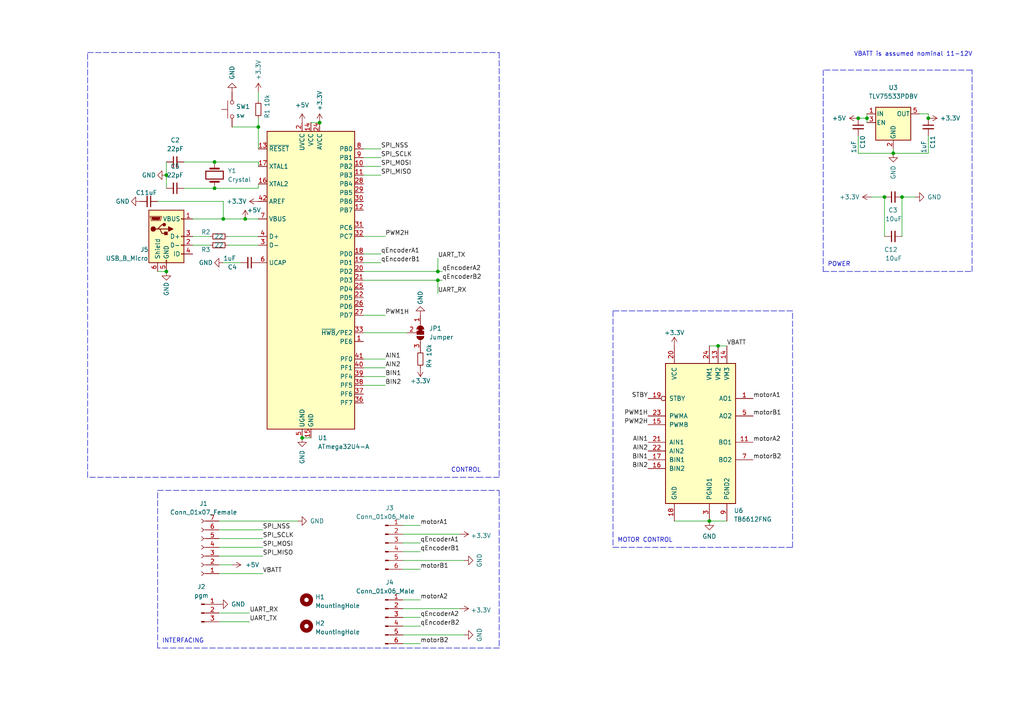
<source format=kicad_sch>
(kicad_sch (version 20211123) (generator eeschema)
  (paper "A4")
  (lib_symbols
    (symbol "Connector:Conn_01x03_Male" (pin_names (offset 1.016) hide)
      (property "Reference" "J" (at 0 5.08 0))
      (property "Value" "Conn_01x03_Male" (at 0 -5.08 0))
      (symbol "Conn_01x03_Male_1_1"
        (polyline (pts (xy 1.27 -2.54) (xy 0.8636 -2.54)) (stroke (width 0.1524)))
        (polyline (pts (xy 1.27 0) (xy 0.8636 0)) (stroke (width 0.1524)))
        (polyline (pts (xy 1.27 2.54) (xy 0.8636 2.54)) (stroke (width 0.1524)))
        (rectangle (start 0.8636 -2.413) (end 0 -2.667) (stroke (width 0.1524)) (fill (type outline)))
        (rectangle (start 0.8636 0.127) (end 0 -0.127) (stroke (width 0.1524)) (fill (type outline)))
        (rectangle (start 0.8636 2.667) (end 0 2.413) (stroke (width 0.1524)) (fill (type outline)))
        (pin passive line (at 5.08 2.54 180) (length 3.81) (name "Pin_1") (number "1"))
        (pin passive line (at 5.08 0 180) (length 3.81) (name "Pin_2") (number "2"))
        (pin passive line (at 5.08 -2.54 180) (length 3.81) (name "Pin_3") (number "3"))
      )
    )
    (symbol "Connector:Conn_01x06_Male" (pin_names (offset 1.016) hide)
      (property "Reference" "J" (at 0 7.62 0))
      (property "Value" "Conn_01x06_Male" (at 0 -10.16 0))
      (symbol "Conn_01x06_Male_1_1"
        (polyline (pts (xy 1.27 -7.62) (xy 0.8636 -7.62)) (stroke (width 0.1524)))
        (polyline (pts (xy 1.27 -5.08) (xy 0.8636 -5.08)) (stroke (width 0.1524)))
        (polyline (pts (xy 1.27 -2.54) (xy 0.8636 -2.54)) (stroke (width 0.1524)))
        (polyline (pts (xy 1.27 0) (xy 0.8636 0)) (stroke (width 0.1524)))
        (polyline (pts (xy 1.27 2.54) (xy 0.8636 2.54)) (stroke (width 0.1524)))
        (polyline (pts (xy 1.27 5.08) (xy 0.8636 5.08)) (stroke (width 0.1524)))
        (rectangle (start 0.8636 -7.493) (end 0 -7.747) (stroke (width 0.1524)) (fill (type outline)))
        (rectangle (start 0.8636 -4.953) (end 0 -5.207) (stroke (width 0.1524)) (fill (type outline)))
        (rectangle (start 0.8636 -2.413) (end 0 -2.667) (stroke (width 0.1524)) (fill (type outline)))
        (rectangle (start 0.8636 0.127) (end 0 -0.127) (stroke (width 0.1524)) (fill (type outline)))
        (rectangle (start 0.8636 2.667) (end 0 2.413) (stroke (width 0.1524)) (fill (type outline)))
        (rectangle (start 0.8636 5.207) (end 0 4.953) (stroke (width 0.1524)) (fill (type outline)))
        (pin passive line (at 5.08 5.08 180) (length 3.81) (name "Pin_1") (number "1"))
        (pin passive line (at 5.08 2.54 180) (length 3.81) (name "Pin_2") (number "2"))
        (pin passive line (at 5.08 0 180) (length 3.81) (name "Pin_3") (number "3"))
        (pin passive line (at 5.08 -2.54 180) (length 3.81) (name "Pin_4") (number "4"))
        (pin passive line (at 5.08 -5.08 180) (length 3.81) (name "Pin_5") (number "5"))
        (pin passive line (at 5.08 -7.62 180) (length 3.81) (name "Pin_6") (number "6"))
      )
    )
    (symbol "Connector:Conn_01x07_Female" (pin_names (offset 1.016) hide)
      (property "Reference" "J" (at 0 10.16 0))
      (property "Value" "Conn_01x07_Female" (at 0 -10.16 0))
      (symbol "Conn_01x07_Female_1_1"
        (arc (start 0 -7.112) (mid -0.508 -7.62) (end 0 -8.128) (stroke (width 0.1524)))
        (arc (start 0 -4.572) (mid -0.508 -5.08) (end 0 -5.588) (stroke (width 0.1524)))
        (arc (start 0 -2.032) (mid -0.508 -2.54) (end 0 -3.048) (stroke (width 0.1524)))
        (polyline (pts (xy -1.27 -7.62) (xy -0.508 -7.62)) (stroke (width 0.1524)))
        (polyline (pts (xy -1.27 -5.08) (xy -0.508 -5.08)) (stroke (width 0.1524)))
        (polyline (pts (xy -1.27 -2.54) (xy -0.508 -2.54)) (stroke (width 0.1524)))
        (polyline (pts (xy -1.27 0) (xy -0.508 0)) (stroke (width 0.1524)))
        (polyline (pts (xy -1.27 2.54) (xy -0.508 2.54)) (stroke (width 0.1524)))
        (polyline (pts (xy -1.27 5.08) (xy -0.508 5.08)) (stroke (width 0.1524)))
        (polyline (pts (xy -1.27 7.62) (xy -0.508 7.62)) (stroke (width 0.1524)))
        (arc (start 0 0.508) (mid -0.508 0) (end 0 -0.508) (stroke (width 0.1524)))
        (arc (start 0 3.048) (mid -0.508 2.54) (end 0 2.032) (stroke (width 0.1524)))
        (arc (start 0 5.588) (mid -0.508 5.08) (end 0 4.572) (stroke (width 0.1524)))
        (arc (start 0 8.128) (mid -0.508 7.62) (end 0 7.112) (stroke (width 0.1524)))
        (pin passive line (at -5.08 7.62 0) (length 3.81) (name "Pin_1") (number "1"))
        (pin passive line (at -5.08 5.08 0) (length 3.81) (name "Pin_2") (number "2"))
        (pin passive line (at -5.08 2.54 0) (length 3.81) (name "Pin_3") (number "3"))
        (pin passive line (at -5.08 0 0) (length 3.81) (name "Pin_4") (number "4"))
        (pin passive line (at -5.08 -2.54 0) (length 3.81) (name "Pin_5") (number "5"))
        (pin passive line (at -5.08 -5.08 0) (length 3.81) (name "Pin_6") (number "6"))
        (pin passive line (at -5.08 -7.62 0) (length 3.81) (name "Pin_7") (number "7"))
      )
    )
    (symbol "Connector:USB_B_Micro" (pin_names (offset 1.016))
      (property "Reference" "J" (at -5.08 11.43 0))
      (property "Value" "USB_B_Micro" (at -5.08 8.89 0))
      (symbol "USB_B_Micro_0_1"
        (rectangle (start -5.08 -7.62) (end 5.08 7.62) (stroke (width 0.254)) (fill (type background)))
        (circle (center -3.81 2.159) (radius 0.635) (stroke (width 0.254)) (fill (type outline)))
        (circle (center -0.635 3.429) (radius 0.381) (stroke (width 0.254)) (fill (type outline)))
        (rectangle (start -0.127 -7.62) (end 0.127 -6.858))
        (polyline (pts (xy -1.905 2.159) (xy 0.635 2.159)) (stroke (width 0.254)))
        (polyline (pts (xy -3.175 2.159) (xy -2.54 2.159) (xy -1.27 3.429) (xy -0.635 3.429)) (stroke (width 0.254)))
        (polyline (pts (xy -2.54 2.159) (xy -1.905 2.159) (xy -1.27 0.889) (xy 0 0.889)) (stroke (width 0.254)))
        (polyline (pts (xy 0.635 2.794) (xy 0.635 1.524) (xy 1.905 2.159) (xy 0.635 2.794)) (stroke (width 0.254)) (fill (type outline)))
        (polyline (pts (xy -4.318 5.588) (xy -1.778 5.588) (xy -2.032 4.826) (xy -4.064 4.826) (xy -4.318 5.588)) (fill (type outline)))
        (polyline (pts (xy -4.699 5.842) (xy -4.699 5.588) (xy -4.445 4.826) (xy -4.445 4.572) (xy -1.651 4.572) (xy -1.651 4.826) (xy -1.397 5.588) (xy -1.397 5.842) (xy -4.699 5.842)))
        (rectangle (start 0.254 1.27) (end -0.508 0.508) (stroke (width 0.254)) (fill (type outline)))
        (rectangle (start 5.08 -5.207) (end 4.318 -4.953))
        (rectangle (start 5.08 -2.667) (end 4.318 -2.413))
        (rectangle (start 5.08 -0.127) (end 4.318 0.127))
        (rectangle (start 5.08 4.953) (end 4.318 5.207))
      )
      (symbol "USB_B_Micro_1_1"
        (pin power_out line (at 7.62 5.08 180) (length 2.54) (name "VBUS") (number "1"))
        (pin bidirectional line (at 7.62 -2.54 180) (length 2.54) (name "D-") (number "2"))
        (pin bidirectional line (at 7.62 0 180) (length 2.54) (name "D+") (number "3"))
        (pin passive line (at 7.62 -5.08 180) (length 2.54) (name "ID") (number "4"))
        (pin power_out line (at 0 -10.16 90) (length 2.54) (name "GND") (number "5"))
        (pin passive line (at -2.54 -10.16 90) (length 2.54) (name "Shield") (number "6"))
      )
    )
    (symbol "Device:C_Small" (pin_numbers hide) (pin_names (offset 0.254) hide)
      (property "Reference" "C" (at 0.254 1.778 0))
      (property "Value" "C_Small" (at 0.254 -2.032 0))
      (symbol "C_Small_0_1"
        (polyline (pts (xy -1.524 -0.508) (xy 1.524 -0.508)) (stroke (width 0.3302)))
        (polyline (pts (xy -1.524 0.508) (xy 1.524 0.508)) (stroke (width 0.3048)))
      )
      (symbol "C_Small_1_1"
        (pin passive line (at 0 2.54 270) (length 2.032) (name "~") (number "1"))
        (pin passive line (at 0 -2.54 90) (length 2.032) (name "~") (number "2"))
      )
    )
    (symbol "Device:Crystal" (pin_numbers hide) (pin_names (offset 1.016) hide)
      (property "Reference" "Y" (at 0 3.81 0))
      (property "Value" "Crystal" (at 0 -3.81 0))
      (symbol "Crystal_0_1"
        (rectangle (start -1.143 2.54) (end 1.143 -2.54) (stroke (width 0.3048)))
        (polyline (pts (xy -2.54 0) (xy -1.905 0)))
        (polyline (pts (xy -1.905 -1.27) (xy -1.905 1.27)) (stroke (width 0.508)))
        (polyline (pts (xy 1.905 -1.27) (xy 1.905 1.27)) (stroke (width 0.508)))
        (polyline (pts (xy 2.54 0) (xy 1.905 0)))
      )
      (symbol "Crystal_1_1"
        (pin passive line (at -3.81 0 0) (length 1.27) (name "1") (number "1"))
        (pin passive line (at 3.81 0 180) (length 1.27) (name "2") (number "2"))
      )
    )
    (symbol "Device:L_Small" (pin_numbers hide) (pin_names (offset 0.254) hide)
      (property "Reference" "L" (at 0.762 1.016 0))
      (property "Value" "L_Small" (at 0.762 -1.016 0))
      (symbol "L_Small_0_1"
        (arc (start 0 -2.032) (mid 0.508 -1.524) (end 0 -1.016))
        (arc (start 0 -1.016) (mid 0.508 -0.508) (end 0 0))
        (arc (start 0 0) (mid 0.508 0.508) (end 0 1.016))
        (arc (start 0 1.016) (mid 0.508 1.524) (end 0 2.032))
      )
      (symbol "L_Small_1_1"
        (pin passive line (at 0 2.54 270) (length 0.508) (name "~") (number "1"))
        (pin passive line (at 0 -2.54 90) (length 0.508) (name "~") (number "2"))
      )
    )
    (symbol "Device:R_Small" (pin_numbers hide) (pin_names (offset 0.254) hide)
      (property "Reference" "R" (at 0.762 0.508 0))
      (property "Value" "R_Small" (at 0.762 -1.016 0))
      (symbol "R_Small_0_1"
        (rectangle (start -0.762 1.778) (end 0.762 -1.778) (stroke (width 0.2032)))
      )
      (symbol "R_Small_1_1"
        (pin passive line (at 0 2.54 270) (length 0.762) (name "~") (number "1"))
        (pin passive line (at 0 -2.54 90) (length 0.762) (name "~") (number "2"))
      )
    )
    (symbol "Driver_Motor:TB6612FNG" (pin_names (offset 1.016))
      (property "Reference" "U" (at 11.43 17.78 0))
      (property "Value" "TB6612FNG" (at 11.43 15.24 0))
      (symbol "TB6612FNG_0_1"
        (rectangle (start -10.16 20.32) (end 10.16 -20.32) (stroke (width 0.254)) (fill (type background)))
      )
      (symbol "TB6612FNG_1_1"
        (pin output line (at 15.24 10.16 180) (length 5.08) (name "AO1") (number "1"))
        (pin passive line (at 7.62 -25.4 90) (length 5.08) hide (name "PGND2") (number "10"))
        (pin output line (at 15.24 -2.54 180) (length 5.08) (name "BO1") (number "11"))
        (pin passive line (at 15.24 -2.54 180) (length 5.08) hide (name "BO1") (number "12"))
        (pin power_in line (at 5.08 25.4 270) (length 5.08) (name "VM2") (number "13"))
        (pin power_in line (at 7.62 25.4 270) (length 5.08) (name "VM3") (number "14"))
        (pin input line (at -15.24 2.54 0) (length 5.08) (name "PWMB") (number "15"))
        (pin input line (at -15.24 -10.16 0) (length 5.08) (name "BIN2") (number "16"))
        (pin input line (at -15.24 -7.62 0) (length 5.08) (name "BIN1") (number "17"))
        (pin power_in line (at -7.62 -25.4 90) (length 5.08) (name "GND") (number "18"))
        (pin input inverted (at -15.24 10.16 0) (length 5.08) (name "STBY") (number "19"))
        (pin passive line (at 15.24 10.16 180) (length 5.08) hide (name "AO1") (number "2"))
        (pin power_in line (at -7.62 25.4 270) (length 5.08) (name "VCC") (number "20"))
        (pin input line (at -15.24 -2.54 0) (length 5.08) (name "AIN1") (number "21"))
        (pin input line (at -15.24 -5.08 0) (length 5.08) (name "AIN2") (number "22"))
        (pin input line (at -15.24 5.08 0) (length 5.08) (name "PWMA") (number "23"))
        (pin power_in line (at 2.54 25.4 270) (length 5.08) (name "VM1") (number "24"))
        (pin power_in line (at 2.54 -25.4 90) (length 5.08) (name "PGND1") (number "3"))
        (pin passive line (at 2.54 -25.4 90) (length 5.08) hide (name "PGND1") (number "4"))
        (pin output line (at 15.24 5.08 180) (length 5.08) (name "AO2") (number "5"))
        (pin passive line (at 15.24 5.08 180) (length 5.08) hide (name "AO2") (number "6"))
        (pin output line (at 15.24 -7.62 180) (length 5.08) (name "BO2") (number "7"))
        (pin passive line (at 15.24 -7.62 180) (length 5.08) hide (name "BO2") (number "8"))
        (pin power_in line (at 7.62 -25.4 90) (length 5.08) (name "PGND2") (number "9"))
      )
    )
    (symbol "Jumper:SolderJumper_3_Bridged12" (pin_names (offset 0) hide)
      (property "Reference" "JP" (at -2.54 -2.54 0))
      (property "Value" "SolderJumper_3_Bridged12" (at 0 2.794 0))
      (symbol "SolderJumper_3_Bridged12_0_1"
        (rectangle (start -1.016 0.508) (end -0.508 -0.508) (fill (type outline)))
        (arc (start -1.016 1.016) (mid -2.032 0) (end -1.016 -1.016))
        (arc (start -1.016 1.016) (mid -2.032 0) (end -1.016 -1.016) (fill (type outline)))
        (rectangle (start -0.508 1.016) (end 0.508 -1.016) (fill (type outline)))
        (polyline (pts (xy -2.54 0) (xy -2.032 0)))
        (polyline (pts (xy -1.016 1.016) (xy -1.016 -1.016)))
        (polyline (pts (xy 0 -1.27) (xy 0 -1.016)))
        (polyline (pts (xy 1.016 1.016) (xy 1.016 -1.016)))
        (polyline (pts (xy 2.54 0) (xy 2.032 0)))
        (arc (start 1.016 -1.016) (mid 2.032 0) (end 1.016 1.016))
        (arc (start 1.016 -1.016) (mid 2.032 0) (end 1.016 1.016) (fill (type outline)))
      )
      (symbol "SolderJumper_3_Bridged12_1_1"
        (pin passive line (at -5.08 0 0) (length 2.54) (name "A") (number "1"))
        (pin passive line (at 0 -3.81 90) (length 2.54) (name "C") (number "2"))
        (pin passive line (at 5.08 0 180) (length 2.54) (name "B") (number "3"))
      )
    )
    (symbol "MCU_Microchip_ATmega:ATmega32U4-A"
      (property "Reference" "U" (at -12.7 44.45 0))
      (property "Value" "ATmega32U4-A" (at 2.54 -44.45 0))
      (symbol "ATmega32U4-A_0_1"
        (rectangle (start -12.7 -43.18) (end 12.7 43.18) (stroke (width 0.254)) (fill (type background)))
      )
      (symbol "ATmega32U4-A_1_1"
        (pin bidirectional line (at 15.24 -17.78 180) (length 2.54) (name "PE6") (number "1"))
        (pin bidirectional line (at 15.24 33.02 180) (length 2.54) (name "PB2") (number "10"))
        (pin bidirectional line (at 15.24 30.48 180) (length 2.54) (name "PB3") (number "11"))
        (pin bidirectional line (at 15.24 20.32 180) (length 2.54) (name "PB7") (number "12"))
        (pin input line (at -15.24 38.1 0) (length 2.54) (name "~{RESET}") (number "13"))
        (pin power_in line (at 0 45.72 270) (length 2.54) (name "VCC") (number "14"))
        (pin power_in line (at 0 -45.72 90) (length 2.54) (name "GND") (number "15"))
        (pin output line (at -15.24 27.94 0) (length 2.54) (name "XTAL2") (number "16"))
        (pin input line (at -15.24 33.02 0) (length 2.54) (name "XTAL1") (number "17"))
        (pin bidirectional line (at 15.24 7.62 180) (length 2.54) (name "PD0") (number "18"))
        (pin bidirectional line (at 15.24 5.08 180) (length 2.54) (name "PD1") (number "19"))
        (pin power_in line (at -2.54 45.72 270) (length 2.54) (name "UVCC") (number "2"))
        (pin bidirectional line (at 15.24 2.54 180) (length 2.54) (name "PD2") (number "20"))
        (pin bidirectional line (at 15.24 0 180) (length 2.54) (name "PD3") (number "21"))
        (pin bidirectional line (at 15.24 -5.08 180) (length 2.54) (name "PD5") (number "22"))
        (pin passive line (at 0 -45.72 90) (length 2.54) hide (name "GND") (number "23"))
        (pin power_in line (at 2.54 45.72 270) (length 2.54) (name "AVCC") (number "24"))
        (pin bidirectional line (at 15.24 -2.54 180) (length 2.54) (name "PD4") (number "25"))
        (pin bidirectional line (at 15.24 -7.62 180) (length 2.54) (name "PD6") (number "26"))
        (pin bidirectional line (at 15.24 -10.16 180) (length 2.54) (name "PD7") (number "27"))
        (pin bidirectional line (at 15.24 27.94 180) (length 2.54) (name "PB4") (number "28"))
        (pin bidirectional line (at 15.24 25.4 180) (length 2.54) (name "PB5") (number "29"))
        (pin bidirectional line (at -15.24 10.16 0) (length 2.54) (name "D-") (number "3"))
        (pin bidirectional line (at 15.24 22.86 180) (length 2.54) (name "PB6") (number "30"))
        (pin bidirectional line (at 15.24 15.24 180) (length 2.54) (name "PC6") (number "31"))
        (pin bidirectional line (at 15.24 12.7 180) (length 2.54) (name "PC7") (number "32"))
        (pin bidirectional line (at 15.24 -15.24 180) (length 2.54) (name "~{HWB}/PE2") (number "33"))
        (pin passive line (at 0 45.72 270) (length 2.54) hide (name "VCC") (number "34"))
        (pin passive line (at 0 -45.72 90) (length 2.54) hide (name "GND") (number "35"))
        (pin bidirectional line (at 15.24 -35.56 180) (length 2.54) (name "PF7") (number "36"))
        (pin bidirectional line (at 15.24 -33.02 180) (length 2.54) (name "PF6") (number "37"))
        (pin bidirectional line (at 15.24 -30.48 180) (length 2.54) (name "PF5") (number "38"))
        (pin bidirectional line (at 15.24 -27.94 180) (length 2.54) (name "PF4") (number "39"))
        (pin bidirectional line (at -15.24 12.7 0) (length 2.54) (name "D+") (number "4"))
        (pin bidirectional line (at 15.24 -25.4 180) (length 2.54) (name "PF1") (number "40"))
        (pin bidirectional line (at 15.24 -22.86 180) (length 2.54) (name "PF0") (number "41"))
        (pin passive line (at -15.24 22.86 0) (length 2.54) (name "AREF") (number "42"))
        (pin passive line (at 0 -45.72 90) (length 2.54) hide (name "GND") (number "43"))
        (pin passive line (at 2.54 45.72 270) (length 2.54) hide (name "AVCC") (number "44"))
        (pin passive line (at -2.54 -45.72 90) (length 2.54) (name "UGND") (number "5"))
        (pin passive line (at -15.24 5.08 0) (length 2.54) (name "UCAP") (number "6"))
        (pin input line (at -15.24 17.78 0) (length 2.54) (name "VBUS") (number "7"))
        (pin bidirectional line (at 15.24 38.1 180) (length 2.54) (name "PB0") (number "8"))
        (pin bidirectional line (at 15.24 35.56 180) (length 2.54) (name "PB1") (number "9"))
      )
    )
    (symbol "MT1470:MT1470"
      (property "Reference" "U" (at -2.54 -13.97 0))
      (property "Value" "MT1470" (at 0 6.35 0))
      (symbol "MT1470_0_1"
        (rectangle (start -3.81 5.08) (end 3.81 -19.05) (fill (type background)))
      )
      (symbol "MT1470_1_1"
        (pin input line (at 6.35 2.54 180) (length 2.54) (name "GND") (number "1"))
        (pin input line (at 6.35 -5.08 180) (length 2.54) (name "SW") (number "2"))
        (pin input line (at 6.35 -8.89 180) (length 2.54) (name "VIN") (number "3"))
        (pin input line (at 6.35 -12.7 180) (length 2.54) (name "FB") (number "4"))
        (pin input line (at 6.35 -16.51 180) (length 2.54) (name "EN") (number "5"))
        (pin input line (at 6.35 -1.27 180) (length 2.54) (name "BS") (number "6"))
      )
    )
    (symbol "Mechanical:MountingHole" (pin_names (offset 1.016))
      (property "Reference" "H" (at 0 5.08 0))
      (property "Value" "MountingHole" (at 0 3.175 0))
      (symbol "MountingHole_0_1"
        (circle (center 0 0) (radius 1.27) (stroke (width 1.27)))
      )
    )
    (symbol "Regulator_Linear:TLV75533PDBV" (pin_names (offset 0.254))
      (property "Reference" "U" (at -3.81 5.715 0))
      (property "Value" "TLV75533PDBV" (at 0 5.715 0))
      (symbol "TLV75533PDBV_0_1"
        (rectangle (start -5.08 4.445) (end 5.08 -5.08) (stroke (width 0.254)) (fill (type background)))
      )
      (symbol "TLV75533PDBV_1_1"
        (pin power_in line (at -7.62 2.54 0) (length 2.54) (name "IN") (number "1"))
        (pin power_in line (at 0 -7.62 90) (length 2.54) (name "GND") (number "2"))
        (pin input line (at -7.62 0 0) (length 2.54) (name "EN") (number "3"))
        (pin no_connect line (at 5.08 0 180) (length 2.54) hide (name "NC") (number "4"))
        (pin power_out line (at 7.62 2.54 180) (length 2.54) (name "OUT") (number "5"))
      )
    )
    (symbol "Switch:SW_Push" (pin_numbers hide) (pin_names (offset 1.016) hide)
      (property "Reference" "SW" (at 1.27 2.54 0))
      (property "Value" "SW_Push" (at 0 -1.524 0))
      (symbol "SW_Push_0_1"
        (circle (center -2.032 0) (radius 0.508))
        (polyline (pts (xy 0 1.27) (xy 0 3.048)))
        (polyline (pts (xy 2.54 1.27) (xy -2.54 1.27)))
        (circle (center 2.032 0) (radius 0.508))
        (pin passive line (at -5.08 0 0) (length 2.54) (name "1") (number "1"))
        (pin passive line (at 5.08 0 180) (length 2.54) (name "2") (number "2"))
      )
    )
    (symbol "power:+3.3V" (power) (pin_names (offset 0))
      (property "Value" "+3.3V" (at 0 3.556 0))
      (symbol "+3.3V_0_1"
        (polyline (pts (xy -0.762 1.27) (xy 0 2.54)))
        (polyline (pts (xy 0 0) (xy 0 2.54)))
        (polyline (pts (xy 0 2.54) (xy 0.762 1.27)))
      )
      (symbol "+3.3V_1_1"
        (pin power_in line (at 0 0 90) (length 0) hide (name "+3.3V") (number "1"))
      )
    )
    (symbol "power:+3V3" (power) (pin_names (offset 0))
      (property "Value" "+3V3" (at 0 3.556 0))
      (symbol "+3V3_0_1"
        (polyline (pts (xy -0.762 1.27) (xy 0 2.54)))
        (polyline (pts (xy 0 0) (xy 0 2.54)))
        (polyline (pts (xy 0 2.54) (xy 0.762 1.27)))
      )
      (symbol "+3V3_1_1"
        (pin power_in line (at 0 0 90) (length 0) hide (name "+3V3") (number "1"))
      )
    )
    (symbol "power:+5V" (power) (pin_names (offset 0))
      (property "Value" "+5V" (at 0 3.556 0))
      (symbol "+5V_0_1"
        (polyline (pts (xy -0.762 1.27) (xy 0 2.54)))
        (polyline (pts (xy 0 0) (xy 0 2.54)))
        (polyline (pts (xy 0 2.54) (xy 0.762 1.27)))
      )
      (symbol "+5V_1_1"
        (pin power_in line (at 0 0 90) (length 0) hide (name "+5V") (number "1"))
      )
    )
    (symbol "power:GND" (power) (pin_names (offset 0))
      (property "Value" "GND" (at 0 -3.81 0))
      (symbol "GND_0_1"
        (polyline (pts (xy 0 0) (xy 0 -1.27) (xy 1.27 -1.27) (xy 0 -2.54) (xy -1.27 -1.27) (xy 0 -1.27)))
      )
      (symbol "GND_1_1"
        (pin power_in line (at 0 0 270) (length 0) hide (name "GND") (number "1"))
      )
    )
  )
  (junction (at 48.26 78.74))
  (junction (at 251.46 34.29))
  (junction (at 256.54 57.15))
  (junction (at 62.23 54.61))
  (junction (at 205.74 151.13))
  (junction (at 92.71 35.56))
  (junction (at 392.43 -46.99))
  (junction (at 74.93 36.83))
  (junction (at 87.63 127))
  (junction (at 48.26 50.8))
  (junction (at 402.59 -39.37))
  (junction (at 402.59 -46.99))
  (junction (at 248.92 34.29))
  (junction (at 383.54 -43.18))
  (junction (at 208.28 100.33))
  (junction (at 416.56 -46.99))
  (junction (at 64.77 63.5))
  (junction (at 62.23 46.99))
  (junction (at 71.12 63.5))
  (junction (at 426.72 -46.99))
  (junction (at 261.62 57.15))
  (junction (at 421.64 -41.91))
  (junction (at 127 78.74))
  (junction (at 259.08 44.45))
  (junction (at 269.24 34.29))
  (junction (at 127 81.28))
  (polyline (pts (xy 281.94 20.32) (xy 238.76 20.32)))
  (wire (pts (xy 76.2 166.37) (xy 63.5 166.37)))
  (wire (pts (xy 402.59 -46.99) (xy 402.59 -44.45)))
  (wire (pts (xy 382.27 -54.61) (xy 383.54 -54.61)))
  (wire (pts (xy 90.17 35.56) (xy 92.71 35.56)))
  (wire (pts (xy 87.63 127) (xy 90.17 127)))
  (wire (pts (xy 105.41 91.44) (xy 111.76 91.44)))
  (wire (pts (xy 63.5 177.8) (xy 72.39 177.8)))
  (wire (pts (xy 121.92 157.48) (xy 116.84 157.48)))
  (polyline (pts (xy 25.4 138.43) (xy 25.4 15.24)))
  (wire (pts (xy 121.92 152.4) (xy 116.84 152.4)))
  (wire (pts (xy 248.92 39.37) (xy 248.92 44.45)))
  (wire (pts (xy 74.93 36.83) (xy 74.93 43.18)))
  (wire (pts (xy 127 78.74) (xy 128.27 78.74)))
  (wire (pts (xy 133.35 154.94) (xy 116.84 154.94)))
  (wire (pts (xy 63.5 158.75) (xy 76.2 158.75)))
  (wire (pts (xy 208.28 100.33) (xy 210.82 100.33)))
  (polyline (pts (xy 144.78 15.24) (xy 144.78 138.43)))
  (wire (pts (xy 64.77 63.5) (xy 71.12 63.5)))
  (polyline (pts (xy 45.72 187.96) (xy 45.72 142.24)))
  (wire (pts (xy 127 81.28) (xy 128.27 81.28)))
  (wire (pts (xy 55.88 71.12) (xy 60.96 71.12)))
  (wire (pts (xy 74.93 34.29) (xy 74.93 36.83)))
  (polyline (pts (xy 144.78 142.24) (xy 144.78 187.96)))
  (wire (pts (xy 383.54 -39.37) (xy 402.59 -39.37)))
  (wire (pts (xy 205.74 151.13) (xy 210.82 151.13)))
  (wire (pts (xy 105.41 78.74) (xy 127 78.74)))
  (wire (pts (xy 48.26 46.99) (xy 48.26 50.8)))
  (polyline (pts (xy 45.72 142.24) (xy 144.78 142.24)))
  (wire (pts (xy 121.92 160.02) (xy 116.84 160.02)))
  (wire (pts (xy 383.54 -43.18) (xy 387.35 -43.18)))
  (wire (pts (xy 266.7 33.02) (xy 269.24 33.02)))
  (wire (pts (xy 67.31 36.83) (xy 74.93 36.83)))
  (wire (pts (xy 45.72 78.74) (xy 48.26 78.74)))
  (polyline (pts (xy 281.94 78.74) (xy 281.94 20.32)))
  (wire (pts (xy 63.5 156.21) (xy 76.2 156.21)))
  (wire (pts (xy 121.92 181.61) (xy 116.84 181.61)))
  (wire (pts (xy 269.24 44.45) (xy 259.08 44.45)))
  (wire (pts (xy 66.04 71.12) (xy 74.93 71.12)))
  (wire (pts (xy 248.92 44.45) (xy 259.08 44.45)))
  (wire (pts (xy 127 81.28) (xy 127 85.09)))
  (polyline (pts (xy 25.4 15.24) (xy 144.78 15.24)))
  (wire (pts (xy 116.84 184.15) (xy 134.62 184.15)))
  (polyline (pts (xy 144.78 138.43) (xy 139.7 138.43)))
  (wire (pts (xy 62.23 54.61) (xy 74.93 54.61)))
  (wire (pts (xy 394.97 -46.99) (xy 392.43 -46.99)))
  (wire (pts (xy 105.41 104.14) (xy 111.76 104.14)))
  (wire (pts (xy 66.04 68.58) (xy 74.93 68.58)))
  (wire (pts (xy 386.08 -35.56) (xy 383.54 -35.56)))
  (wire (pts (xy 421.64 -41.91) (xy 426.72 -41.91)))
  (polyline (pts (xy 139.7 138.43) (xy 25.4 138.43)))
  (polyline (pts (xy 229.87 90.17) (xy 177.8 90.17)))
  (wire (pts (xy 105.41 109.22) (xy 111.76 109.22)))
  (wire (pts (xy 195.58 151.13) (xy 205.74 151.13)))
  (wire (pts (xy 402.59 -46.99) (xy 416.56 -46.99)))
  (wire (pts (xy 416.56 -46.99) (xy 426.72 -46.99)))
  (wire (pts (xy 261.62 57.15) (xy 261.62 68.58)))
  (wire (pts (xy 400.05 -46.99) (xy 402.59 -46.99)))
  (wire (pts (xy 74.93 26.67) (xy 74.93 29.21)))
  (wire (pts (xy 265.43 57.15) (xy 261.62 57.15)))
  (wire (pts (xy 392.43 -50.8) (xy 392.43 -46.99)))
  (wire (pts (xy 105.41 43.18) (xy 110.49 43.18)))
  (wire (pts (xy 269.24 39.37) (xy 269.24 44.45)))
  (wire (pts (xy 248.92 34.29) (xy 251.46 34.29)))
  (wire (pts (xy 74.93 46.99) (xy 74.93 48.26)))
  (wire (pts (xy 116.84 162.56) (xy 134.62 162.56)))
  (polyline (pts (xy 177.8 90.17) (xy 177.8 158.75)))
  (polyline (pts (xy 144.78 187.96) (xy 45.72 187.96)))
  (wire (pts (xy 251.46 34.29) (xy 251.46 33.02)))
  (wire (pts (xy 63.5 180.34) (xy 72.39 180.34)))
  (wire (pts (xy 105.41 50.8) (xy 110.49 50.8)))
  (wire (pts (xy 105.41 45.72) (xy 110.49 45.72)))
  (wire (pts (xy 127 74.93) (xy 127 78.74)))
  (wire (pts (xy 383.54 -46.99) (xy 392.43 -46.99)))
  (polyline (pts (xy 177.8 158.75) (xy 229.87 158.75)))
  (wire (pts (xy 63.5 153.67) (xy 76.2 153.67)))
  (polyline (pts (xy 229.87 158.75) (xy 229.87 90.17)))
  (wire (pts (xy 121.92 173.99) (xy 116.84 173.99)))
  (wire (pts (xy 259.08 43.18) (xy 259.08 44.45)))
  (wire (pts (xy 121.92 165.1) (xy 116.84 165.1)))
  (wire (pts (xy 251.46 34.29) (xy 251.46 35.56)))
  (wire (pts (xy 121.92 186.69) (xy 116.84 186.69)))
  (wire (pts (xy 105.41 111.76) (xy 111.76 111.76)))
  (polyline (pts (xy 238.76 20.32) (xy 238.76 29.21)))
  (wire (pts (xy 63.5 161.29) (xy 76.2 161.29)))
  (wire (pts (xy 388.62 -50.8) (xy 392.43 -50.8)))
  (wire (pts (xy 105.41 96.52) (xy 118.11 96.52)))
  (wire (pts (xy 67.31 163.83) (xy 63.5 163.83)))
  (wire (pts (xy 426.72 -46.99) (xy 438.15 -46.99)))
  (wire (pts (xy 53.34 46.99) (xy 62.23 46.99)))
  (wire (pts (xy 205.74 100.33) (xy 208.28 100.33)))
  (wire (pts (xy 121.92 179.07) (xy 116.84 179.07)))
  (wire (pts (xy 105.41 68.58) (xy 111.76 68.58)))
  (wire (pts (xy 71.12 63.5) (xy 74.93 63.5)))
  (wire (pts (xy 269.24 33.02) (xy 269.24 34.29)))
  (wire (pts (xy 383.54 -44.45) (xy 383.54 -43.18)))
  (wire (pts (xy 64.77 58.42) (xy 64.77 63.5)))
  (wire (pts (xy 105.41 48.26) (xy 110.49 48.26)))
  (wire (pts (xy 252.73 57.15) (xy 256.54 57.15)))
  (wire (pts (xy 105.41 81.28) (xy 127 81.28)))
  (wire (pts (xy 74.93 54.61) (xy 74.93 53.34)))
  (wire (pts (xy 53.34 54.61) (xy 62.23 54.61)))
  (wire (pts (xy 62.23 46.99) (xy 74.93 46.99)))
  (wire (pts (xy 64.77 58.42) (xy 45.72 58.42)))
  (wire (pts (xy 64.77 76.2) (xy 69.85 76.2)))
  (wire (pts (xy 394.97 -35.56) (xy 391.16 -35.56)))
  (polyline (pts (xy 238.76 78.74) (xy 281.94 78.74)))
  (wire (pts (xy 256.54 57.15) (xy 256.54 68.58)))
  (wire (pts (xy 55.88 68.58) (xy 60.96 68.58)))
  (wire (pts (xy 48.26 50.8) (xy 48.26 54.61)))
  (wire (pts (xy 105.41 73.66) (xy 110.49 73.66)))
  (wire (pts (xy 105.41 76.2) (xy 110.49 76.2)))
  (wire (pts (xy 416.56 -41.91) (xy 421.64 -41.91)))
  (wire (pts (xy 63.5 151.13) (xy 86.36 151.13)))
  (wire (pts (xy 105.41 106.68) (xy 111.76 106.68)))
  (wire (pts (xy 133.35 176.53) (xy 116.84 176.53)))
  (wire (pts (xy 55.88 63.5) (xy 64.77 63.5)))
  (polyline (pts (xy 238.76 29.21) (xy 238.76 78.74)))
  (text "INTERFACING\n" (at 46.99 186.69 0) (effects (font (size 1.27 1.27)) (justify left bottom)))
  (text "CONTROL\n" (at 130.81 137.16 0) (effects (font (size 1.27 1.27)) (justify left bottom)))
  (text "MOTOR CONTROL\n" (at 179.07 157.48 0) (effects (font (size 1.27 1.27)) (justify left bottom)))
  (text "VBATT is assumed nominal 11-12V" (at 247.65 16.51 0) (effects (font (size 1.27 1.27)) (justify left bottom)))
  (text "POWER\n" (at 240.03 77.47 0) (effects (font (size 1.27 1.27)) (justify left bottom)))
  (label "SPI_SCLK" (at 76.2 156.21 0))
  (label "AIN2" (at 187.96 130.81 180))
  (label "UART_RX" (at 72.39 177.8 0))
  (label "qEncoderB2" (at 121.92 181.61 0))
  (label "VBATT" (at 76.2 166.37 0))
  (label "motorA2" (at 121.92 173.99 0))
  (label "SPI_NSS" (at 110.49 43.18 0))
  (label "BIN1" (at 187.96 133.35 180))
  (label "VBATT" (at 394.97 -35.56 0))
  (label "VBATT" (at 210.82 100.33 0))
  (label "PWM1H" (at 111.76 91.44 0))
  (label "PWM2H" (at 111.76 68.58 0))
  (label "motorA1" (at 121.92 152.4 0))
  (label "motorA1" (at 218.44 115.57 0))
  (label "qEncoderA2" (at 121.92 179.07 0))
  (label "SPI_NSS" (at 76.2 153.67 0))
  (label "motorB1" (at 218.44 120.65 0))
  (label "qEncoderB2" (at 128.27 81.28 0))
  (label "qEncoderA1" (at 121.92 157.48 0))
  (label "BIN2" (at 111.76 111.76 0))
  (label "SPI_MOSI" (at 76.2 158.75 0))
  (label "UART_TX" (at 127 74.93 0))
  (label "PWM1H" (at 187.96 120.65 180))
  (label "AIN1" (at 187.96 128.27 180))
  (label "SPI_MISO" (at 110.49 50.8 0))
  (label "BIN2" (at 187.96 135.89 180))
  (label "BIN1" (at 111.76 109.22 0))
  (label "motorB1" (at 121.92 165.1 0))
  (label "motorB2" (at 121.92 186.69 0))
  (label "AIN1" (at 111.76 104.14 0))
  (label "qEncoderB1" (at 110.49 76.2 0))
  (label "UART_RX" (at 127 85.09 0))
  (label "SPI_MOSI" (at 110.49 48.26 0))
  (label "SPI_SCLK" (at 110.49 45.72 0))
  (label "AIN2" (at 111.76 106.68 0))
  (label "qEncoderB1" (at 121.92 160.02 0))
  (label "motorA2" (at 218.44 128.27 0))
  (label "PWM2H" (at 187.96 123.19 180))
  (label "motorB2" (at 218.44 133.35 0))
  (label "UART_TX" (at 72.39 180.34 0))
  (label "SPI_MISO" (at 76.2 161.29 0))
  (label "STBY" (at 187.96 115.57 180))
  (label "qEncoderA2" (at 128.27 78.74 0))
  (label "qEncoderA1" (at 110.49 73.66 0))
  (label "VBATT" (at 383.54 -44.45 0))
  (symbol (lib_id "Jumper:SolderJumper_3_Bridged12") (at 121.92 96.52 270) (unit 1)
    (property "Reference" "JP1" (at 124.46 95.2499 90) (effects (justify left)))
    (property "Value" "Jumper" (at 124.46 97.7899 90) (effects (justify left)))
    (property "Footprint" "Connector_PinHeader_2.54mm:PinHeader_1x03_P2.54mm_Vertical" (effects hide))
  )
  (symbol (lib_id "power:GND") (at 382.27 -54.61 90) (unit 1)
    (property "Reference" "#PWR0111" (effects hide))
    (property "Value" "GND" (at 386.08 -54.6101 90) (effects (justify right)))
  )
  (symbol (lib_id "Mechanical:MountingHole") (at 88.9 173.99 0) (unit 1)
    (property "Reference" "H1" (at 91.44 173.1553 0) (effects (justify left)))
    (property "Value" "MountingHole" (at 91.44 175.6922 0) (effects (justify left)))
    (property "Footprint" "MountingHole:MountingHole_3.2mm_M3" (effects hide))
  )
  (symbol (lib_id "Connector:Conn_01x03_Male") (at 58.42 177.8 0) (unit 1)
    (property "Reference" "J2" (at 58.42 170.18 0))
    (property "Value" "pgm" (at 58.42 172.72 0))
    (property "Footprint" "Connector_PinSocket_2.54mm:PinSocket_1x03_P2.54mm_Vertical" (effects hide))
  )
  (symbol (lib_id "Device:C_Small") (at 259.08 68.58 90) (unit 1)
    (property "Reference" "C12" (at 260.35 72.39 90) (effects (justify left)))
    (property "Value" "10uF" (at 261.62 74.93 90) (effects (justify left)))
    (property "Footprint" "Capacitor_SMD:C_0603_1608Metric" (effects hide))
  )
  (symbol (lib_id "power:GND") (at 67.31 26.67 180) (unit 1)
    (property "Reference" "#PWR0131" (effects hide))
    (property "Value" "GND" (at 67.31 19.05 90) (effects (justify left)))
  )
  (symbol (lib_id "Device:C_Small") (at 43.18 58.42 270) (unit 1)
    (property "Reference" "C1" (at 39.37 55.88 90) (effects (justify left)))
    (property "Value" "1uF" (at 41.91 55.88 90) (effects (justify left)))
    (property "Footprint" "Capacitor_SMD:C_0603_1608Metric" (effects hide))
  )
  (symbol (lib_id "power:GND") (at 205.74 151.13 0) (unit 1)
    (property "Reference" "#PWR0118" (effects hide))
    (property "Value" "GND" (at 205.74 155.5734 0))
  )
  (symbol (lib_id "power:GND") (at 63.5 175.26 90) (unit 1)
    (property "Reference" "#PWR0122" (effects hide))
    (property "Value" "GND" (at 71.12 175.26 90) (effects (justify left)))
  )
  (symbol (lib_id "power:+3.3V") (at 269.24 34.29 270) (unit 1)
    (property "Reference" "#PWR0130" (effects hide))
    (property "Value" "+3.3V" (at 275.59 34.29 90))
  )
  (symbol (lib_id "power:+5V") (at 71.12 63.5 0) (unit 1)
    (property "Reference" "#PWR0114" (effects hide))
    (property "Value" "+5V" (at 73.66 60.96 0))
  )
  (symbol (lib_id "Device:C_Small") (at 426.72 -44.45 0) (unit 1)
    (property "Reference" "C9" (at 429.26 -45.7138 0) (effects (justify left)))
    (property "Value" "22uF" (at 429.26 -43.1738 0) (effects (justify left)))
    (property "Footprint" "Capacitor_SMD:C_0402_1005Metric" (effects hide))
  )
  (symbol (lib_id "Switch:SW_Push") (at 67.31 31.75 90) (unit 1)
    (property "Reference" "SW1" (at 68.453 30.9153 90) (effects (justify right)))
    (property "Value" "sw" (at 68.453 33.4522 90) (effects (justify right)))
    (property "Footprint" "Button_Switch_SMD:SW_Push_1P1T_NO_CK_KMR2" (effects hide))
  )
  (symbol (lib_id "power:GND") (at 402.59 -34.29 0) (unit 1)
    (property "Reference" "#PWR0123" (effects hide))
    (property "Value" "GND" (at 402.59 -29.21 0))
  )
  (symbol (lib_id "power:GND") (at 134.62 162.56 90) (unit 1)
    (property "Reference" "#PWR0103" (effects hide))
    (property "Value" "GND" (at 139.0634 162.56 0))
  )
  (symbol (lib_id "Device:R_Small") (at 402.59 -41.91 0) (unit 1)
    (property "Reference" "R6" (at 405.13 -43.1801 0) (effects (justify left)))
    (property "Value" "100k" (at 405.13 -40.6401 0) (effects (justify left)))
    (property "Footprint" "Resistor_SMD:R_0201_0603Metric" (effects hide))
  )
  (symbol (lib_id "power:GND") (at 421.64 -41.91 0) (unit 1)
    (property "Reference" "#PWR0120" (effects hide))
    (property "Value" "GND" (at 421.64 -36.83 0))
  )
  (symbol (lib_id "power:GND") (at 265.43 57.15 90) (unit 1)
    (property "Reference" "#PWR0102" (effects hide))
    (property "Value" "GND" (at 273.05 57.15 90) (effects (justify left)))
  )
  (symbol (lib_id "power:+5V") (at 248.92 34.29 90) (unit 1)
    (property "Reference" "#PWR0132" (effects hide))
    (property "Value" "+5V" (at 241.3 34.29 90) (effects (justify right)))
  )
  (symbol (lib_id "Device:R_Small") (at 74.93 31.75 180) (unit 1)
    (property "Reference" "R1" (at 77.47 33.02 90))
    (property "Value" "10k" (at 77.47 29.21 90))
    (property "Footprint" "Resistor_SMD:R_0603_1608Metric" (effects hide))
  )
  (symbol (lib_id "Device:C_Small") (at 269.24 36.83 0) (unit 1)
    (property "Reference" "C11" (at 270.51 43.18 90) (effects (justify left)))
    (property "Value" "1uF" (at 267.97 44.45 90) (effects (justify left)))
    (property "Footprint" "Capacitor_SMD:C_0603_1608Metric" (effects hide))
  )
  (symbol (lib_id "Device:C_Small") (at 386.08 -50.8 270) (unit 1)
    (property "Reference" "C6" (at 388.62 -52.07 90))
    (property "Value" "1uF" (at 388.62 -49.53 90))
    (property "Footprint" "Capacitor_SMD:C_0402_1005Metric" (effects hide))
  )
  (symbol (lib_id "power:+3V3") (at 438.15 -46.99 270) (unit 1)
    (property "Reference" "#PWR0112" (effects hide))
    (property "Value" "+3V3" (at 441.96 -46.9901 90) (effects (justify left)))
  )
  (symbol (lib_id "Connector:Conn_01x06_Male") (at 111.76 179.07 0) (unit 1)
    (property "Reference" "J4" (at 113.03 168.91 0))
    (property "Value" "Conn_01x06_Male" (at 111.76 171.45 0))
    (property "Footprint" "Connector_JST:JST_SH_BM06B-SRSS-TB_1x06-1MP_P1.00mm_Vertical" (effects hide))
  )
  (symbol (lib_id "power:GND") (at 392.43 -43.18 90) (unit 1)
    (property "Reference" "#PWR0110" (effects hide))
    (property "Value" "GND" (at 396.24 -43.1801 90) (effects (justify right)))
  )
  (symbol (lib_id "power:+3.3V") (at 133.35 176.53 270) (unit 1)
    (property "Reference" "#PWR0106" (effects hide))
    (property "Value" "+3.3V" (at 136.525 176.9638 90) (effects (justify left)))
  )
  (symbol (lib_id "Mechanical:MountingHole") (at 88.9 181.61 0) (unit 1)
    (property "Reference" "H2" (at 91.44 180.7753 0) (effects (justify left)))
    (property "Value" "MountingHole" (at 91.44 183.3122 0) (effects (justify left)))
    (property "Footprint" "MountingHole:MountingHole_3.2mm_M3" (effects hide))
  )
  (symbol (lib_id "Device:R_Small") (at 388.62 -35.56 90) (unit 1)
    (property "Reference" "R5" (at 387.35 -33.02 90))
    (property "Value" "200k" (at 391.16 -33.02 90))
    (property "Footprint" "Resistor_SMD:R_0201_0603Metric" (effects hide))
  )
  (symbol (lib_id "Device:R_Small") (at 121.92 104.14 180) (unit 1)
    (property "Reference" "R4" (at 124.46 105.41 90))
    (property "Value" "10k" (at 124.46 101.6 90))
    (property "Footprint" "Resistor_SMD:R_0603_1608Metric" (effects hide))
  )
  (symbol (lib_id "MT1470:MT1470") (at 377.19 -52.07 0) (unit 1)
    (property "Reference" "U2" (at 377.19 -62.23 0))
    (property "Value" "MT1470" (at 377.19 -59.69 0))
    (property "Footprint" "Package_TO_SOT_SMD:SOT-23-6" (effects hide))
  )
  (symbol (lib_id "Device:C_Small") (at 50.8 46.99 90) (unit 1)
    (property "Reference" "C2" (at 50.8063 40.64 90))
    (property "Value" "22pF" (at 50.8063 43.18 90))
    (property "Footprint" "Capacitor_SMD:C_0402_1005Metric" (effects hide))
  )
  (symbol (lib_id "Connector:Conn_01x07_Female") (at 58.42 158.75 180) (unit 1)
    (property "Reference" "J1" (at 59.055 146.05 0))
    (property "Value" "Conn_01x07_Female" (at 59.055 148.59 0))
    (property "Footprint" "Connector_PinHeader_2.54mm:PinHeader_1x07_P2.54mm_Horizontal" (effects hide))
  )
  (symbol (lib_id "power:+3.3V") (at 252.73 57.15 90) (unit 1)
    (property "Reference" "#PWR0107" (effects hide))
    (property "Value" "+3.3V" (at 246.38 57.15 90))
  )
  (symbol (lib_id "power:GND") (at 86.36 151.13 90) (unit 1)
    (property "Reference" "#PWR0121" (effects hide))
    (property "Value" "GND" (at 93.98 151.13 90) (effects (justify left)))
  )
  (symbol (lib_id "Device:L_Small") (at 397.51 -46.99 90) (unit 1)
    (property "Reference" "L1" (at 397.51 -52.07 90))
    (property "Value" "11uH" (at 397.51 -49.53 90))
    (property "Footprint" "Inductor_SMD:L_10.4x10.4_H4.8" (effects hide))
  )
  (symbol (lib_id "Device:Crystal") (at 62.23 50.8 270) (unit 1)
    (property "Reference" "Y1" (at 66.04 49.5299 90) (effects (justify left)))
    (property "Value" "Crystal" (at 66.04 52.0699 90) (effects (justify left)))
    (property "Footprint" "Crystal:Crystal_SMD_TXC_7M-4Pin_3.2x2.5mm" (effects hide))
  )
  (symbol (lib_id "power:GND") (at 40.64 58.42 270) (unit 1)
    (property "Reference" "#PWR0127" (effects hide))
    (property "Value" "GND" (at 35.56 58.42 90))
  )
  (symbol (lib_id "Connector:USB_B_Micro") (at 48.26 68.58 0) (unit 1)
    (property "Reference" "J5" (at 41.91 72.39 0))
    (property "Value" "USB_B_Micro" (at 36.83 74.93 0))
    (property "Footprint" "Connector_USB:USB_Micro-B_Amphenol_10118194_Horizontal" (effects hide))
  )
  (symbol (lib_id "power:+3.3V") (at 74.93 58.42 90) (unit 1)
    (property "Reference" "#PWR0115" (effects hide))
    (property "Value" "+3.3V" (at 68.58 58.42 90))
  )
  (symbol (lib_id "power:+5V") (at 87.63 35.56 0) (unit 1)
    (property "Reference" "#PWR0119" (effects hide))
    (property "Value" "+5V" (at 87.63 30.48 0))
  )
  (symbol (lib_id "MCU_Microchip_ATmega:ATmega32U4-A") (at 90.17 81.28 0) (unit 1)
    (property "Reference" "U1" (at 92.1894 127 0) (effects (justify left)))
    (property "Value" "ATmega32U4-A" (at 92.1894 129.54 0) (effects (justify left)))
    (property "Footprint" "Package_QFP:TQFP-44_10x10mm_P0.8mm" (effects hide))
    (property "Datasheet" "http://ww1.microchip.com/downloads/en/DeviceDoc/Atmel-7766-8-bit-AVR-ATmega16U4-32U4_Datasheet.pdf" (effects hide))
  )
  (symbol (lib_id "power:GND") (at 64.77 76.2 270) (unit 1)
    (property "Reference" "#PWR0124" (effects hide))
    (property "Value" "GND" (at 59.69 76.2 90))
  )
  (symbol (lib_id "Device:C_Small") (at 259.08 57.15 90) (unit 1)
    (property "Reference" "C3" (at 260.35 60.96 90) (effects (justify left)))
    (property "Value" "10uF" (at 261.62 63.5 90) (effects (justify left)))
    (property "Footprint" "Capacitor_SMD:C_0603_1608Metric" (effects hide))
  )
  (symbol (lib_id "Device:C_Small") (at 72.39 76.2 270) (unit 1)
    (property "Reference" "C4" (at 66.04 77.47 90) (effects (justify left)))
    (property "Value" "1uF" (at 64.77 74.93 90) (effects (justify left)))
    (property "Footprint" "Capacitor_SMD:C_0603_1608Metric" (effects hide))
  )
  (symbol (lib_id "power:+3.3V") (at 133.35 154.94 270) (unit 1)
    (property "Reference" "#PWR0104" (effects hide))
    (property "Value" "+3.3V" (at 136.525 155.3738 90) (effects (justify left)))
  )
  (symbol (lib_id "Device:R_Small") (at 63.5 68.58 90) (unit 1)
    (property "Reference" "R2" (at 59.69 67.31 90))
    (property "Value" "22" (at 63.5 68.58 90))
    (property "Footprint" "Resistor_SMD:R_0402_1005Metric" (effects hide))
  )
  (symbol (lib_id "power:+3.3V") (at 121.92 106.68 180) (unit 1)
    (property "Reference" "#PWR0108" (effects hide))
    (property "Value" "+3.3V" (at 121.92 110.49 0))
  )
  (symbol (lib_id "Device:C_Small") (at 389.89 -43.18 90) (unit 1)
    (property "Reference" "C7" (at 386.08 -40.64 90))
    (property "Value" "22uF" (at 389.89 -40.64 90))
    (property "Footprint" "Capacitor_SMD:C_0402_1005Metric" (effects hide))
  )
  (symbol (lib_id "power:GND") (at 48.26 78.74 0) (unit 1)
    (property "Reference" "#PWR0125" (effects hide))
    (property "Value" "GND" (at 48.26 83.82 90))
  )
  (symbol (lib_id "Device:C_Small") (at 248.92 36.83 0) (unit 1)
    (property "Reference" "C10" (at 250.19 43.18 90) (effects (justify left)))
    (property "Value" "1uF" (at 247.65 44.45 90) (effects (justify left)))
    (property "Footprint" "Capacitor_SMD:C_0603_1608Metric" (effects hide))
  )
  (symbol (lib_id "power:+3.3V") (at 74.93 26.67 0) (unit 1)
    (property "Reference" "#PWR0113" (effects hide))
    (property "Value" "+3.3V" (at 74.93 20.32 90))
  )
  (symbol (lib_id "power:+3.3V") (at 92.71 35.56 0) (unit 1)
    (property "Reference" "#PWR0116" (effects hide))
    (property "Value" "+3.3V" (at 92.71 29.21 90))
  )
  (symbol (lib_id "Device:C_Small") (at 50.8 54.61 270) (unit 1)
    (property "Reference" "C5" (at 50.7936 48.26 90))
    (property "Value" "22pF" (at 50.7936 50.8 90))
    (property "Footprint" "Capacitor_SMD:C_0402_1005Metric" (effects hide))
  )
  (symbol (lib_id "Driver_Motor:TB6612FNG") (at 203.2 125.73 0) (unit 1)
    (property "Reference" "U6" (at 212.8394 148.0804 0) (effects (justify left)))
    (property "Value" "TB6612FNG" (at 212.8394 150.6173 0) (effects (justify left)))
    (property "Footprint" "Package_SO:SSOP-24_5.3x8.2mm_P0.65mm" (effects hide))
    (property "Datasheet" "https://toshiba.semicon-storage.com/us/product/linear/motordriver/detail.TB6612FNG.html" (effects hide))
  )
  (symbol (lib_id "power:+3.3V") (at 195.58 100.33 0) (unit 1)
    (property "Reference" "#PWR0117" (effects hide))
    (property "Value" "+3.3V" (at 195.58 96.52 0))
  )
  (symbol (lib_id "Connector:Conn_01x06_Male") (at 111.76 157.48 0) (unit 1)
    (property "Reference" "J3" (at 113.03 147.32 0))
    (property "Value" "Conn_01x06_Male" (at 111.76 149.86 0))
    (property "Footprint" "Connector_JST:JST_SH_BM06B-SRSS-TB_1x06-1MP_P1.00mm_Vertical" (effects hide))
  )
  (symbol (lib_id "Regulator_Linear:TLV75533PDBV") (at 259.08 35.56 0) (unit 1)
    (property "Reference" "U3" (at 259.08 25.4 0))
    (property "Value" "TLV75533PDBV" (at 259.08 27.94 0))
    (property "Footprint" "Package_TO_SOT_SMD:SOT-23-5" (effects hide))
    (property "Datasheet" "http://www.ti.com/lit/ds/symlink/tlv755p.pdf" (effects hide))
  )
  (symbol (lib_id "power:GND") (at 134.62 184.15 90) (unit 1)
    (property "Reference" "#PWR0105" (effects hide))
    (property "Value" "GND" (at 139.0634 184.15 0))
  )
  (symbol (lib_id "power:GND") (at 48.26 50.8 270) (unit 1)
    (property "Reference" "#PWR0126" (effects hide))
    (property "Value" "GND" (at 43.18 50.8 90))
  )
  (symbol (lib_id "power:GND") (at 259.08 44.45 0) (unit 1)
    (property "Reference" "#PWR0129" (effects hide))
    (property "Value" "GND" (at 259.08 52.07 90) (effects (justify left)))
  )
  (symbol (lib_id "power:GND") (at 121.92 91.44 180) (unit 1)
    (property "Reference" "#PWR0101" (effects hide))
    (property "Value" "GND" (at 121.92 86.36 90))
  )
  (symbol (lib_id "Device:R_Small") (at 402.59 -36.83 0) (unit 1)
    (property "Reference" "R7" (at 405.13 -38.1001 0) (effects (justify left)))
    (property "Value" "18.7k" (at 405.13 -35.5601 0) (effects (justify left)))
    (property "Footprint" "Resistor_SMD:R_0201_0603Metric" (effects hide))
  )
  (symbol (lib_id "Device:C_Small") (at 416.56 -44.45 0) (unit 1)
    (property "Reference" "C8" (at 419.1 -45.7138 0) (effects (justify left)))
    (property "Value" "22uF" (at 419.1 -43.1738 0) (effects (justify left)))
    (property "Footprint" "Capacitor_SMD:C_0402_1005Metric" (effects hide))
  )
  (symbol (lib_id "power:+5V") (at 67.31 163.83 270) (unit 1)
    (property "Reference" "#PWR0128" (effects hide))
    (property "Value" "+5V" (at 71.12 163.8299 90) (effects (justify left)))
  )
  (symbol (lib_id "Device:R_Small") (at 63.5 71.12 90) (unit 1)
    (property "Reference" "R3" (at 59.69 72.39 90))
    (property "Value" "22" (at 63.5 71.12 90))
    (property "Footprint" "Resistor_SMD:R_0402_1005Metric" (effects hide))
  )
  (symbol (lib_id "power:GND") (at 87.63 127 0) (unit 1)
    (property "Reference" "#PWR0109" (effects hide))
    (property "Value" "GND" (at 87.63 134.62 90) (effects (justify left)))
  )
)
</source>
